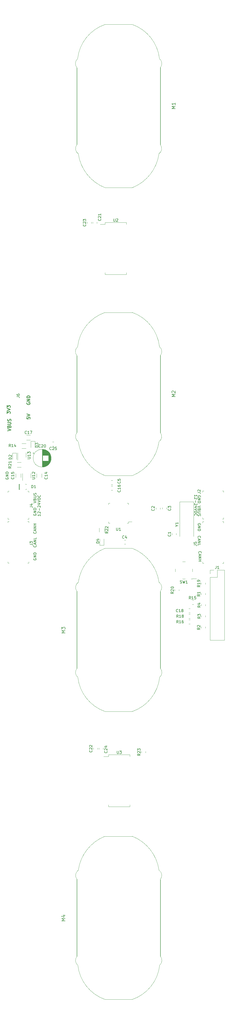
<source format=gbr>
%TF.GenerationSoftware,KiCad,Pcbnew,(6.0.6-0)*%
%TF.CreationDate,2022-11-06T01:46:37-08:00*%
%TF.ProjectId,Slave Board,536c6176-6520-4426-9f61-72642e6b6963,rev?*%
%TF.SameCoordinates,Original*%
%TF.FileFunction,Legend,Top*%
%TF.FilePolarity,Positive*%
%FSLAX46Y46*%
G04 Gerber Fmt 4.6, Leading zero omitted, Abs format (unit mm)*
G04 Created by KiCad (PCBNEW (6.0.6-0)) date 2022-11-06 01:46:37*
%MOMM*%
%LPD*%
G01*
G04 APERTURE LIST*
%ADD10C,0.150000*%
%ADD11C,0.250000*%
%ADD12C,0.120000*%
%ADD13C,0.100000*%
%ADD14C,0.127000*%
G04 APERTURE END LIST*
D10*
X214733142Y-211986666D02*
X214780761Y-212034285D01*
X214828380Y-212177142D01*
X214828380Y-212272380D01*
X214780761Y-212415238D01*
X214685523Y-212510476D01*
X214590285Y-212558095D01*
X214399809Y-212605714D01*
X214256952Y-212605714D01*
X214066476Y-212558095D01*
X213971238Y-212510476D01*
X213876000Y-212415238D01*
X213828380Y-212272380D01*
X213828380Y-212177142D01*
X213876000Y-212034285D01*
X213923619Y-211986666D01*
X214542666Y-211605714D02*
X214542666Y-211129523D01*
X214828380Y-211700952D02*
X213828380Y-211367619D01*
X214828380Y-211034285D01*
X214828380Y-210700952D02*
X213828380Y-210700952D01*
X214828380Y-210129523D01*
X213828380Y-210129523D01*
X214828380Y-209653333D02*
X213828380Y-209653333D01*
X214304571Y-209653333D02*
X214304571Y-209081904D01*
X214828380Y-209081904D02*
X213828380Y-209081904D01*
X274216857Y-219813333D02*
X274169238Y-219765714D01*
X274121619Y-219622857D01*
X274121619Y-219527619D01*
X274169238Y-219384761D01*
X274264476Y-219289523D01*
X274359714Y-219241904D01*
X274550190Y-219194285D01*
X274693047Y-219194285D01*
X274883523Y-219241904D01*
X274978761Y-219289523D01*
X275074000Y-219384761D01*
X275121619Y-219527619D01*
X275121619Y-219622857D01*
X275074000Y-219765714D01*
X275026380Y-219813333D01*
X274407333Y-220194285D02*
X274407333Y-220670476D01*
X274121619Y-220099047D02*
X275121619Y-220432380D01*
X274121619Y-220765714D01*
X274121619Y-221099047D02*
X275121619Y-221099047D01*
X274121619Y-221670476D01*
X275121619Y-221670476D01*
X274121619Y-222146666D02*
X275121619Y-222146666D01*
X274645428Y-222146666D02*
X274645428Y-222718095D01*
X274121619Y-222718095D02*
X275121619Y-222718095D01*
X274820000Y-199390095D02*
X274867619Y-199294857D01*
X274867619Y-199152000D01*
X274820000Y-199009142D01*
X274724761Y-198913904D01*
X274629523Y-198866285D01*
X274439047Y-198818666D01*
X274296190Y-198818666D01*
X274105714Y-198866285D01*
X274010476Y-198913904D01*
X273915238Y-199009142D01*
X273867619Y-199152000D01*
X273867619Y-199247238D01*
X273915238Y-199390095D01*
X273962857Y-199437714D01*
X274296190Y-199437714D01*
X274296190Y-199247238D01*
X273867619Y-199866285D02*
X274867619Y-199866285D01*
X273867619Y-200437714D01*
X274867619Y-200437714D01*
X273867619Y-200913904D02*
X274867619Y-200913904D01*
X274867619Y-201152000D01*
X274820000Y-201294857D01*
X274724761Y-201390095D01*
X274629523Y-201437714D01*
X274439047Y-201485333D01*
X274296190Y-201485333D01*
X274105714Y-201437714D01*
X274010476Y-201390095D01*
X273915238Y-201294857D01*
X273867619Y-201152000D01*
X273867619Y-200913904D01*
X203716000Y-192277904D02*
X203668380Y-192373142D01*
X203668380Y-192516000D01*
X203716000Y-192658857D01*
X203811238Y-192754095D01*
X203906476Y-192801714D01*
X204096952Y-192849333D01*
X204239809Y-192849333D01*
X204430285Y-192801714D01*
X204525523Y-192754095D01*
X204620761Y-192658857D01*
X204668380Y-192516000D01*
X204668380Y-192420761D01*
X204620761Y-192277904D01*
X204573142Y-192230285D01*
X204239809Y-192230285D01*
X204239809Y-192420761D01*
X204668380Y-191801714D02*
X203668380Y-191801714D01*
X204668380Y-191230285D01*
X203668380Y-191230285D01*
X204668380Y-190754095D02*
X203668380Y-190754095D01*
X203668380Y-190516000D01*
X203716000Y-190373142D01*
X203811238Y-190277904D01*
X203906476Y-190230285D01*
X204096952Y-190182666D01*
X204239809Y-190182666D01*
X204430285Y-190230285D01*
X204525523Y-190277904D01*
X204620761Y-190373142D01*
X204668380Y-190516000D01*
X204668380Y-190754095D01*
D11*
X204342857Y-175200000D02*
X205542857Y-174800000D01*
X204342857Y-174400000D01*
X204914285Y-173600000D02*
X204971428Y-173428571D01*
X205028571Y-173371428D01*
X205142857Y-173314285D01*
X205314285Y-173314285D01*
X205428571Y-173371428D01*
X205485714Y-173428571D01*
X205542857Y-173542857D01*
X205542857Y-174000000D01*
X204342857Y-174000000D01*
X204342857Y-173600000D01*
X204400000Y-173485714D01*
X204457142Y-173428571D01*
X204571428Y-173371428D01*
X204685714Y-173371428D01*
X204800000Y-173428571D01*
X204857142Y-173485714D01*
X204914285Y-173600000D01*
X204914285Y-174000000D01*
X204342857Y-172800000D02*
X205314285Y-172800000D01*
X205428571Y-172742857D01*
X205485714Y-172685714D01*
X205542857Y-172571428D01*
X205542857Y-172342857D01*
X205485714Y-172228571D01*
X205428571Y-172171428D01*
X205314285Y-172114285D01*
X204342857Y-172114285D01*
X205485714Y-171600000D02*
X205542857Y-171428571D01*
X205542857Y-171142857D01*
X205485714Y-171028571D01*
X205428571Y-170971428D01*
X205314285Y-170914285D01*
X205200000Y-170914285D01*
X205085714Y-170971428D01*
X205028571Y-171028571D01*
X204971428Y-171142857D01*
X204914285Y-171371428D01*
X204857142Y-171485714D01*
X204800000Y-171542857D01*
X204685714Y-171600000D01*
X204571428Y-171600000D01*
X204457142Y-171542857D01*
X204400000Y-171485714D01*
X204342857Y-171371428D01*
X204342857Y-171085714D01*
X204400000Y-170914285D01*
D10*
X274820000Y-209550095D02*
X274867619Y-209454857D01*
X274867619Y-209312000D01*
X274820000Y-209169142D01*
X274724761Y-209073904D01*
X274629523Y-209026285D01*
X274439047Y-208978666D01*
X274296190Y-208978666D01*
X274105714Y-209026285D01*
X274010476Y-209073904D01*
X273915238Y-209169142D01*
X273867619Y-209312000D01*
X273867619Y-209407238D01*
X273915238Y-209550095D01*
X273962857Y-209597714D01*
X274296190Y-209597714D01*
X274296190Y-209407238D01*
X273867619Y-210026285D02*
X274867619Y-210026285D01*
X273867619Y-210597714D01*
X274867619Y-210597714D01*
X273867619Y-211073904D02*
X274867619Y-211073904D01*
X274867619Y-211312000D01*
X274820000Y-211454857D01*
X274724761Y-211550095D01*
X274629523Y-211597714D01*
X274439047Y-211645333D01*
X274296190Y-211645333D01*
X274105714Y-211597714D01*
X274010476Y-211550095D01*
X273915238Y-211454857D01*
X273867619Y-211312000D01*
X273867619Y-211073904D01*
X274867619Y-202636666D02*
X273867619Y-202970000D01*
X274867619Y-203303333D01*
X274391428Y-203970000D02*
X274343809Y-204112857D01*
X274296190Y-204160476D01*
X274200952Y-204208095D01*
X274058095Y-204208095D01*
X273962857Y-204160476D01*
X273915238Y-204112857D01*
X273867619Y-204017619D01*
X273867619Y-203636666D01*
X274867619Y-203636666D01*
X274867619Y-203970000D01*
X274820000Y-204065238D01*
X274772380Y-204112857D01*
X274677142Y-204160476D01*
X274581904Y-204160476D01*
X274486666Y-204112857D01*
X274439047Y-204065238D01*
X274391428Y-203970000D01*
X274391428Y-203636666D01*
X274867619Y-204636666D02*
X274058095Y-204636666D01*
X273962857Y-204684285D01*
X273915238Y-204731904D01*
X273867619Y-204827142D01*
X273867619Y-205017619D01*
X273915238Y-205112857D01*
X273962857Y-205160476D01*
X274058095Y-205208095D01*
X274867619Y-205208095D01*
X273915238Y-205636666D02*
X273867619Y-205779523D01*
X273867619Y-206017619D01*
X273915238Y-206112857D01*
X273962857Y-206160476D01*
X274058095Y-206208095D01*
X274153333Y-206208095D01*
X274248571Y-206160476D01*
X274296190Y-206112857D01*
X274343809Y-206017619D01*
X274391428Y-205827142D01*
X274439047Y-205731904D01*
X274486666Y-205684285D01*
X274581904Y-205636666D01*
X274677142Y-205636666D01*
X274772380Y-205684285D01*
X274820000Y-205731904D01*
X274867619Y-205827142D01*
X274867619Y-206065238D01*
X274820000Y-206208095D01*
X213828380Y-201477333D02*
X214828380Y-201144000D01*
X213828380Y-200810666D01*
X214304571Y-200144000D02*
X214352190Y-200001142D01*
X214399809Y-199953523D01*
X214495047Y-199905904D01*
X214637904Y-199905904D01*
X214733142Y-199953523D01*
X214780761Y-200001142D01*
X214828380Y-200096380D01*
X214828380Y-200477333D01*
X213828380Y-200477333D01*
X213828380Y-200144000D01*
X213876000Y-200048761D01*
X213923619Y-200001142D01*
X214018857Y-199953523D01*
X214114095Y-199953523D01*
X214209333Y-200001142D01*
X214256952Y-200048761D01*
X214304571Y-200144000D01*
X214304571Y-200477333D01*
X213828380Y-199477333D02*
X214637904Y-199477333D01*
X214733142Y-199429714D01*
X214780761Y-199382095D01*
X214828380Y-199286857D01*
X214828380Y-199096380D01*
X214780761Y-199001142D01*
X214733142Y-198953523D01*
X214637904Y-198905904D01*
X213828380Y-198905904D01*
X214780761Y-198477333D02*
X214828380Y-198334476D01*
X214828380Y-198096380D01*
X214780761Y-198001142D01*
X214733142Y-197953523D01*
X214637904Y-197905904D01*
X214542666Y-197905904D01*
X214447428Y-197953523D01*
X214399809Y-198001142D01*
X214352190Y-198096380D01*
X214304571Y-198286857D01*
X214256952Y-198382095D01*
X214209333Y-198429714D01*
X214114095Y-198477333D01*
X214018857Y-198477333D01*
X213923619Y-198429714D01*
X213876000Y-198382095D01*
X213828380Y-198286857D01*
X213828380Y-198048761D01*
X213876000Y-197905904D01*
X273962857Y-214217380D02*
X273915238Y-214169761D01*
X273867619Y-214026904D01*
X273867619Y-213931666D01*
X273915238Y-213788809D01*
X274010476Y-213693571D01*
X274105714Y-213645952D01*
X274296190Y-213598333D01*
X274439047Y-213598333D01*
X274629523Y-213645952D01*
X274724761Y-213693571D01*
X274820000Y-213788809D01*
X274867619Y-213931666D01*
X274867619Y-214026904D01*
X274820000Y-214169761D01*
X274772380Y-214217380D01*
X274153333Y-214598333D02*
X274153333Y-215074523D01*
X273867619Y-214503095D02*
X274867619Y-214836428D01*
X273867619Y-215169761D01*
X273867619Y-215503095D02*
X274867619Y-215503095D01*
X273867619Y-216074523D01*
X274867619Y-216074523D01*
X273867619Y-217026904D02*
X273867619Y-216550714D01*
X274867619Y-216550714D01*
X272597619Y-199145923D02*
X272597619Y-198574495D01*
X272597619Y-198860209D02*
X273597619Y-198860209D01*
X273454761Y-198764971D01*
X273359523Y-198669733D01*
X273311904Y-198574495D01*
X273502380Y-199526876D02*
X273550000Y-199574495D01*
X273597619Y-199669733D01*
X273597619Y-199907828D01*
X273550000Y-200003066D01*
X273502380Y-200050685D01*
X273407142Y-200098304D01*
X273311904Y-200098304D01*
X273169047Y-200050685D01*
X272597619Y-199479257D01*
X272597619Y-200098304D01*
X272978571Y-200526876D02*
X272978571Y-201288780D01*
X273502380Y-201717352D02*
X273550000Y-201764971D01*
X273597619Y-201860209D01*
X273597619Y-202098304D01*
X273550000Y-202193542D01*
X273502380Y-202241161D01*
X273407142Y-202288780D01*
X273311904Y-202288780D01*
X273169047Y-202241161D01*
X272597619Y-201669733D01*
X272597619Y-202288780D01*
X273264285Y-203145923D02*
X272597619Y-203145923D01*
X273645238Y-202907828D02*
X272930952Y-202669733D01*
X272930952Y-203288780D01*
X273597619Y-203526876D02*
X272597619Y-203860209D01*
X273597619Y-204193542D01*
X272597619Y-204526876D02*
X273597619Y-204526876D01*
X273597619Y-204764971D01*
X273550000Y-204907828D01*
X273454761Y-205003066D01*
X273359523Y-205050685D01*
X273169047Y-205098304D01*
X273026190Y-205098304D01*
X272835714Y-205050685D01*
X272740476Y-205003066D01*
X272645238Y-204907828D01*
X272597619Y-204764971D01*
X272597619Y-204526876D01*
X272692857Y-206098304D02*
X272645238Y-206050685D01*
X272597619Y-205907828D01*
X272597619Y-205812590D01*
X272645238Y-205669733D01*
X272740476Y-205574495D01*
X272835714Y-205526876D01*
X273026190Y-205479257D01*
X273169047Y-205479257D01*
X273359523Y-205526876D01*
X273454761Y-205574495D01*
X273550000Y-205669733D01*
X273597619Y-205812590D01*
X273597619Y-205907828D01*
X273550000Y-206050685D01*
X273502380Y-206098304D01*
D11*
X204117657Y-168871714D02*
X204117657Y-168128857D01*
X204574800Y-168528857D01*
X204574800Y-168357428D01*
X204631942Y-168243142D01*
X204689085Y-168186000D01*
X204803371Y-168128857D01*
X205089085Y-168128857D01*
X205203371Y-168186000D01*
X205260514Y-168243142D01*
X205317657Y-168357428D01*
X205317657Y-168700285D01*
X205260514Y-168814571D01*
X205203371Y-168871714D01*
X204117657Y-167786000D02*
X205317657Y-167386000D01*
X204117657Y-166986000D01*
X204117657Y-166700285D02*
X204117657Y-165957428D01*
X204574800Y-166357428D01*
X204574800Y-166186000D01*
X204631942Y-166071714D01*
X204689085Y-166014571D01*
X204803371Y-165957428D01*
X205089085Y-165957428D01*
X205203371Y-166014571D01*
X205260514Y-166071714D01*
X205317657Y-166186000D01*
X205317657Y-166528857D01*
X205260514Y-166643142D01*
X205203371Y-166700285D01*
D10*
X214733142Y-216947619D02*
X214780761Y-216995238D01*
X214828380Y-217138095D01*
X214828380Y-217233333D01*
X214780761Y-217376190D01*
X214685523Y-217471428D01*
X214590285Y-217519047D01*
X214399809Y-217566666D01*
X214256952Y-217566666D01*
X214066476Y-217519047D01*
X213971238Y-217471428D01*
X213876000Y-217376190D01*
X213828380Y-217233333D01*
X213828380Y-217138095D01*
X213876000Y-216995238D01*
X213923619Y-216947619D01*
X214542666Y-216566666D02*
X214542666Y-216090476D01*
X214828380Y-216661904D02*
X213828380Y-216328571D01*
X214828380Y-215995238D01*
X214828380Y-215661904D02*
X213828380Y-215661904D01*
X214828380Y-215090476D01*
X213828380Y-215090476D01*
X214828380Y-214138095D02*
X214828380Y-214614285D01*
X213828380Y-214614285D01*
X216352380Y-205628476D02*
X216352380Y-206199904D01*
X216352380Y-205914190D02*
X215352380Y-205914190D01*
X215495238Y-206009428D01*
X215590476Y-206104666D01*
X215638095Y-206199904D01*
X215447619Y-205247523D02*
X215400000Y-205199904D01*
X215352380Y-205104666D01*
X215352380Y-204866571D01*
X215400000Y-204771333D01*
X215447619Y-204723714D01*
X215542857Y-204676095D01*
X215638095Y-204676095D01*
X215780952Y-204723714D01*
X216352380Y-205295142D01*
X216352380Y-204676095D01*
X215971428Y-204247523D02*
X215971428Y-203485619D01*
X215447619Y-203057047D02*
X215400000Y-203009428D01*
X215352380Y-202914190D01*
X215352380Y-202676095D01*
X215400000Y-202580857D01*
X215447619Y-202533238D01*
X215542857Y-202485619D01*
X215638095Y-202485619D01*
X215780952Y-202533238D01*
X216352380Y-203104666D01*
X216352380Y-202485619D01*
X215685714Y-201628476D02*
X216352380Y-201628476D01*
X215304761Y-201866571D02*
X216019047Y-202104666D01*
X216019047Y-201485619D01*
X215352380Y-201247523D02*
X216352380Y-200914190D01*
X215352380Y-200580857D01*
X216352380Y-200247523D02*
X215352380Y-200247523D01*
X215352380Y-200009428D01*
X215400000Y-199866571D01*
X215495238Y-199771333D01*
X215590476Y-199723714D01*
X215780952Y-199676095D01*
X215923809Y-199676095D01*
X216114285Y-199723714D01*
X216209523Y-199771333D01*
X216304761Y-199866571D01*
X216352380Y-200009428D01*
X216352380Y-200247523D01*
X216257142Y-198676095D02*
X216304761Y-198723714D01*
X216352380Y-198866571D01*
X216352380Y-198961809D01*
X216304761Y-199104666D01*
X216209523Y-199199904D01*
X216114285Y-199247523D01*
X215923809Y-199295142D01*
X215780952Y-199295142D01*
X215590476Y-199247523D01*
X215495238Y-199199904D01*
X215400000Y-199104666D01*
X215352380Y-198961809D01*
X215352380Y-198866571D01*
X215400000Y-198723714D01*
X215447619Y-198676095D01*
D11*
X211400000Y-164914285D02*
X211342857Y-165028571D01*
X211342857Y-165200000D01*
X211400000Y-165371428D01*
X211514285Y-165485714D01*
X211628571Y-165542857D01*
X211857142Y-165600000D01*
X212028571Y-165600000D01*
X212257142Y-165542857D01*
X212371428Y-165485714D01*
X212485714Y-165371428D01*
X212542857Y-165200000D01*
X212542857Y-165085714D01*
X212485714Y-164914285D01*
X212428571Y-164857142D01*
X212028571Y-164857142D01*
X212028571Y-165085714D01*
X212542857Y-164342857D02*
X211342857Y-164342857D01*
X212542857Y-163657142D01*
X211342857Y-163657142D01*
X212542857Y-163085714D02*
X211342857Y-163085714D01*
X211342857Y-162800000D01*
X211400000Y-162628571D01*
X211514285Y-162514285D01*
X211628571Y-162457142D01*
X211857142Y-162400000D01*
X212028571Y-162400000D01*
X212257142Y-162457142D01*
X212371428Y-162514285D01*
X212485714Y-162628571D01*
X212542857Y-162800000D01*
X212542857Y-163085714D01*
D10*
X213876000Y-205485904D02*
X213828380Y-205581142D01*
X213828380Y-205724000D01*
X213876000Y-205866857D01*
X213971238Y-205962095D01*
X214066476Y-206009714D01*
X214256952Y-206057333D01*
X214399809Y-206057333D01*
X214590285Y-206009714D01*
X214685523Y-205962095D01*
X214780761Y-205866857D01*
X214828380Y-205724000D01*
X214828380Y-205628761D01*
X214780761Y-205485904D01*
X214733142Y-205438285D01*
X214399809Y-205438285D01*
X214399809Y-205628761D01*
X214828380Y-205009714D02*
X213828380Y-205009714D01*
X214828380Y-204438285D01*
X213828380Y-204438285D01*
X214828380Y-203962095D02*
X213828380Y-203962095D01*
X213828380Y-203724000D01*
X213876000Y-203581142D01*
X213971238Y-203485904D01*
X214066476Y-203438285D01*
X214256952Y-203390666D01*
X214399809Y-203390666D01*
X214590285Y-203438285D01*
X214685523Y-203485904D01*
X214780761Y-203581142D01*
X214828380Y-203724000D01*
X214828380Y-203962095D01*
D11*
X211342857Y-170228571D02*
X211342857Y-170800000D01*
X211914285Y-170857142D01*
X211857142Y-170800000D01*
X211800000Y-170685714D01*
X211800000Y-170400000D01*
X211857142Y-170285714D01*
X211914285Y-170228571D01*
X212028571Y-170171428D01*
X212314285Y-170171428D01*
X212428571Y-170228571D01*
X212485714Y-170285714D01*
X212542857Y-170400000D01*
X212542857Y-170685714D01*
X212485714Y-170800000D01*
X212428571Y-170857142D01*
X211342857Y-169828571D02*
X212542857Y-169428571D01*
X211342857Y-169028571D01*
D10*
X213876000Y-221741904D02*
X213828380Y-221837142D01*
X213828380Y-221980000D01*
X213876000Y-222122857D01*
X213971238Y-222218095D01*
X214066476Y-222265714D01*
X214256952Y-222313333D01*
X214399809Y-222313333D01*
X214590285Y-222265714D01*
X214685523Y-222218095D01*
X214780761Y-222122857D01*
X214828380Y-221980000D01*
X214828380Y-221884761D01*
X214780761Y-221741904D01*
X214733142Y-221694285D01*
X214399809Y-221694285D01*
X214399809Y-221884761D01*
X214828380Y-221265714D02*
X213828380Y-221265714D01*
X214828380Y-220694285D01*
X213828380Y-220694285D01*
X214828380Y-220218095D02*
X213828380Y-220218095D01*
X213828380Y-219980000D01*
X213876000Y-219837142D01*
X213971238Y-219741904D01*
X214066476Y-219694285D01*
X214256952Y-219646666D01*
X214399809Y-219646666D01*
X214590285Y-219694285D01*
X214685523Y-219741904D01*
X214780761Y-219837142D01*
X214828380Y-219980000D01*
X214828380Y-220218095D01*
%TO.C,C25*%
X220357142Y-182037142D02*
X220309523Y-182084761D01*
X220166666Y-182132380D01*
X220071428Y-182132380D01*
X219928571Y-182084761D01*
X219833333Y-181989523D01*
X219785714Y-181894285D01*
X219738095Y-181703809D01*
X219738095Y-181560952D01*
X219785714Y-181370476D01*
X219833333Y-181275238D01*
X219928571Y-181180000D01*
X220071428Y-181132380D01*
X220166666Y-181132380D01*
X220309523Y-181180000D01*
X220357142Y-181227619D01*
X220738095Y-181227619D02*
X220785714Y-181180000D01*
X220880952Y-181132380D01*
X221119047Y-181132380D01*
X221214285Y-181180000D01*
X221261904Y-181227619D01*
X221309523Y-181322857D01*
X221309523Y-181418095D01*
X221261904Y-181560952D01*
X220690476Y-182132380D01*
X221309523Y-182132380D01*
X222214285Y-181132380D02*
X221738095Y-181132380D01*
X221690476Y-181608571D01*
X221738095Y-181560952D01*
X221833333Y-181513333D01*
X222071428Y-181513333D01*
X222166666Y-181560952D01*
X222214285Y-181608571D01*
X222261904Y-181703809D01*
X222261904Y-181941904D01*
X222214285Y-182037142D01*
X222166666Y-182084761D01*
X222071428Y-182132380D01*
X221833333Y-182132380D01*
X221738095Y-182084761D01*
X221690476Y-182037142D01*
%TO.C,R18*%
X266692142Y-243276380D02*
X266358809Y-242800190D01*
X266120714Y-243276380D02*
X266120714Y-242276380D01*
X266501666Y-242276380D01*
X266596904Y-242324000D01*
X266644523Y-242371619D01*
X266692142Y-242466857D01*
X266692142Y-242609714D01*
X266644523Y-242704952D01*
X266596904Y-242752571D01*
X266501666Y-242800190D01*
X266120714Y-242800190D01*
X267644523Y-243276380D02*
X267073095Y-243276380D01*
X267358809Y-243276380D02*
X267358809Y-242276380D01*
X267263571Y-242419238D01*
X267168333Y-242514476D01*
X267073095Y-242562095D01*
X268215952Y-242704952D02*
X268120714Y-242657333D01*
X268073095Y-242609714D01*
X268025476Y-242514476D01*
X268025476Y-242466857D01*
X268073095Y-242371619D01*
X268120714Y-242324000D01*
X268215952Y-242276380D01*
X268406428Y-242276380D01*
X268501666Y-242324000D01*
X268549285Y-242371619D01*
X268596904Y-242466857D01*
X268596904Y-242514476D01*
X268549285Y-242609714D01*
X268501666Y-242657333D01*
X268406428Y-242704952D01*
X268215952Y-242704952D01*
X268120714Y-242752571D01*
X268073095Y-242800190D01*
X268025476Y-242895428D01*
X268025476Y-243085904D01*
X268073095Y-243181142D01*
X268120714Y-243228761D01*
X268215952Y-243276380D01*
X268406428Y-243276380D01*
X268501666Y-243228761D01*
X268549285Y-243181142D01*
X268596904Y-243085904D01*
X268596904Y-242895428D01*
X268549285Y-242800190D01*
X268501666Y-242752571D01*
X268406428Y-242704952D01*
%TO.C,R21*%
X205684380Y-188196457D02*
X205208190Y-188529790D01*
X205684380Y-188767885D02*
X204684380Y-188767885D01*
X204684380Y-188386933D01*
X204732000Y-188291695D01*
X204779619Y-188244076D01*
X204874857Y-188196457D01*
X205017714Y-188196457D01*
X205112952Y-188244076D01*
X205160571Y-188291695D01*
X205208190Y-188386933D01*
X205208190Y-188767885D01*
X204779619Y-187815504D02*
X204732000Y-187767885D01*
X204684380Y-187672647D01*
X204684380Y-187434552D01*
X204732000Y-187339314D01*
X204779619Y-187291695D01*
X204874857Y-187244076D01*
X204970095Y-187244076D01*
X205112952Y-187291695D01*
X205684380Y-187863123D01*
X205684380Y-187244076D01*
X205684380Y-186291695D02*
X205684380Y-186863123D01*
X205684380Y-186577409D02*
X204684380Y-186577409D01*
X204827238Y-186672647D01*
X204922476Y-186767885D01*
X204970095Y-186863123D01*
%TO.C,U1*%
X244094095Y-210534380D02*
X244094095Y-211343904D01*
X244141714Y-211439142D01*
X244189333Y-211486761D01*
X244284571Y-211534380D01*
X244475047Y-211534380D01*
X244570285Y-211486761D01*
X244617904Y-211439142D01*
X244665523Y-211343904D01*
X244665523Y-210534380D01*
X245665523Y-211534380D02*
X245094095Y-211534380D01*
X245379809Y-211534380D02*
X245379809Y-210534380D01*
X245284571Y-210677238D01*
X245189333Y-210772476D01*
X245094095Y-210820095D01*
%TO.C,R16*%
X266692142Y-245308380D02*
X266358809Y-244832190D01*
X266120714Y-245308380D02*
X266120714Y-244308380D01*
X266501666Y-244308380D01*
X266596904Y-244356000D01*
X266644523Y-244403619D01*
X266692142Y-244498857D01*
X266692142Y-244641714D01*
X266644523Y-244736952D01*
X266596904Y-244784571D01*
X266501666Y-244832190D01*
X266120714Y-244832190D01*
X267644523Y-245308380D02*
X267073095Y-245308380D01*
X267358809Y-245308380D02*
X267358809Y-244308380D01*
X267263571Y-244451238D01*
X267168333Y-244546476D01*
X267073095Y-244594095D01*
X268501666Y-244308380D02*
X268311190Y-244308380D01*
X268215952Y-244356000D01*
X268168333Y-244403619D01*
X268073095Y-244546476D01*
X268025476Y-244736952D01*
X268025476Y-245117904D01*
X268073095Y-245213142D01*
X268120714Y-245260761D01*
X268215952Y-245308380D01*
X268406428Y-245308380D01*
X268501666Y-245260761D01*
X268549285Y-245213142D01*
X268596904Y-245117904D01*
X268596904Y-244879809D01*
X268549285Y-244784571D01*
X268501666Y-244736952D01*
X268406428Y-244689333D01*
X268215952Y-244689333D01*
X268120714Y-244736952D01*
X268073095Y-244784571D01*
X268025476Y-244879809D01*
%TO.C,M4*%
X225352323Y-353893795D02*
X224082323Y-353893795D01*
X224989466Y-353470461D01*
X224082323Y-353047128D01*
X225352323Y-353047128D01*
X224505657Y-351898080D02*
X225352323Y-351898080D01*
X224021847Y-352200461D02*
X224928990Y-352502842D01*
X224928990Y-351716652D01*
%TO.C,M2*%
X265636723Y-162743895D02*
X264366723Y-162743895D01*
X265273866Y-162320561D01*
X264366723Y-161897228D01*
X265636723Y-161897228D01*
X264487676Y-161352942D02*
X264427200Y-161292466D01*
X264366723Y-161171514D01*
X264366723Y-160869133D01*
X264427200Y-160748180D01*
X264487676Y-160687704D01*
X264608628Y-160627228D01*
X264729580Y-160627228D01*
X264911009Y-160687704D01*
X265636723Y-161413419D01*
X265636723Y-160627228D01*
%TO.C,D4*%
X237782380Y-216130095D02*
X236782380Y-216130095D01*
X236782380Y-215892000D01*
X236830000Y-215749142D01*
X236925238Y-215653904D01*
X237020476Y-215606285D01*
X237210952Y-215558666D01*
X237353809Y-215558666D01*
X237544285Y-215606285D01*
X237639523Y-215653904D01*
X237734761Y-215749142D01*
X237782380Y-215892000D01*
X237782380Y-216130095D01*
X237115714Y-214701523D02*
X237782380Y-214701523D01*
X236734761Y-214939619D02*
X237449047Y-215177714D01*
X237449047Y-214558666D01*
%TO.C,J1*%
X280585666Y-224457380D02*
X280585666Y-225171666D01*
X280538047Y-225314523D01*
X280442809Y-225409761D01*
X280299952Y-225457380D01*
X280204714Y-225457380D01*
X281585666Y-225457380D02*
X281014238Y-225457380D01*
X281299952Y-225457380D02*
X281299952Y-224457380D01*
X281204714Y-224600238D01*
X281109476Y-224695476D01*
X281014238Y-224743095D01*
%TO.C,C17*%
X211320142Y-176180142D02*
X211272523Y-176227761D01*
X211129666Y-176275380D01*
X211034428Y-176275380D01*
X210891571Y-176227761D01*
X210796333Y-176132523D01*
X210748714Y-176037285D01*
X210701095Y-175846809D01*
X210701095Y-175703952D01*
X210748714Y-175513476D01*
X210796333Y-175418238D01*
X210891571Y-175323000D01*
X211034428Y-175275380D01*
X211129666Y-175275380D01*
X211272523Y-175323000D01*
X211320142Y-175370619D01*
X212272523Y-176275380D02*
X211701095Y-176275380D01*
X211986809Y-176275380D02*
X211986809Y-175275380D01*
X211891571Y-175418238D01*
X211796333Y-175513476D01*
X211701095Y-175561095D01*
X212605857Y-175275380D02*
X213272523Y-175275380D01*
X212843952Y-176275380D01*
%TO.C,D3*%
X215496380Y-181205095D02*
X214496380Y-181205095D01*
X214496380Y-180967000D01*
X214544000Y-180824142D01*
X214639238Y-180728904D01*
X214734476Y-180681285D01*
X214924952Y-180633666D01*
X215067809Y-180633666D01*
X215258285Y-180681285D01*
X215353523Y-180728904D01*
X215448761Y-180824142D01*
X215496380Y-180967000D01*
X215496380Y-181205095D01*
X214496380Y-180300333D02*
X214496380Y-179681285D01*
X214877333Y-180014619D01*
X214877333Y-179871761D01*
X214924952Y-179776523D01*
X214972571Y-179728904D01*
X215067809Y-179681285D01*
X215305904Y-179681285D01*
X215401142Y-179728904D01*
X215448761Y-179776523D01*
X215496380Y-179871761D01*
X215496380Y-180157476D01*
X215448761Y-180252714D01*
X215401142Y-180300333D01*
%TO.C,M1*%
X265636723Y-57743895D02*
X264366723Y-57743895D01*
X265273866Y-57320561D01*
X264366723Y-56897228D01*
X265636723Y-56897228D01*
X265636723Y-55627228D02*
X265636723Y-56352942D01*
X265636723Y-55990085D02*
X264366723Y-55990085D01*
X264548152Y-56111038D01*
X264669104Y-56231990D01*
X264729580Y-56352942D01*
%TO.C,M3*%
X225352323Y-248896295D02*
X224082323Y-248896295D01*
X224989466Y-248472961D01*
X224082323Y-248049628D01*
X225352323Y-248049628D01*
X224082323Y-247565819D02*
X224082323Y-246779628D01*
X224566133Y-247202961D01*
X224566133Y-247021533D01*
X224626609Y-246900580D01*
X224687085Y-246840104D01*
X224808038Y-246779628D01*
X225110419Y-246779628D01*
X225231371Y-246840104D01*
X225291847Y-246900580D01*
X225352323Y-247021533D01*
X225352323Y-247384390D01*
X225291847Y-247505342D01*
X225231371Y-247565819D01*
%TO.C,U2*%
X243078095Y-97864380D02*
X243078095Y-98673904D01*
X243125714Y-98769142D01*
X243173333Y-98816761D01*
X243268571Y-98864380D01*
X243459047Y-98864380D01*
X243554285Y-98816761D01*
X243601904Y-98769142D01*
X243649523Y-98673904D01*
X243649523Y-97864380D01*
X244078095Y-97959619D02*
X244125714Y-97912000D01*
X244220952Y-97864380D01*
X244459047Y-97864380D01*
X244554285Y-97912000D01*
X244601904Y-97959619D01*
X244649523Y-98054857D01*
X244649523Y-98150095D01*
X244601904Y-98292952D01*
X244030476Y-98864380D01*
X244649523Y-98864380D01*
%TO.C,U13*%
X211643980Y-185388095D02*
X212453504Y-185388095D01*
X212548742Y-185340476D01*
X212596361Y-185292857D01*
X212643980Y-185197619D01*
X212643980Y-185007142D01*
X212596361Y-184911904D01*
X212548742Y-184864285D01*
X212453504Y-184816666D01*
X211643980Y-184816666D01*
X212643980Y-183816666D02*
X212643980Y-184388095D01*
X212643980Y-184102380D02*
X211643980Y-184102380D01*
X211786838Y-184197619D01*
X211882076Y-184292857D01*
X211929695Y-184388095D01*
X211643980Y-183483333D02*
X211643980Y-182864285D01*
X212024933Y-183197619D01*
X212024933Y-183054761D01*
X212072552Y-182959523D01*
X212120171Y-182911904D01*
X212215409Y-182864285D01*
X212453504Y-182864285D01*
X212548742Y-182911904D01*
X212596361Y-182959523D01*
X212643980Y-183054761D01*
X212643980Y-183340476D01*
X212596361Y-183435714D01*
X212548742Y-183483333D01*
%TO.C,C24*%
X240641142Y-291988109D02*
X240688761Y-292035728D01*
X240736380Y-292178585D01*
X240736380Y-292273823D01*
X240688761Y-292416680D01*
X240593523Y-292511918D01*
X240498285Y-292559537D01*
X240307809Y-292607156D01*
X240164952Y-292607156D01*
X239974476Y-292559537D01*
X239879238Y-292511918D01*
X239784000Y-292416680D01*
X239736380Y-292273823D01*
X239736380Y-292178585D01*
X239784000Y-292035728D01*
X239831619Y-291988109D01*
X239831619Y-291607156D02*
X239784000Y-291559537D01*
X239736380Y-291464299D01*
X239736380Y-291226204D01*
X239784000Y-291130966D01*
X239831619Y-291083347D01*
X239926857Y-291035728D01*
X240022095Y-291035728D01*
X240164952Y-291083347D01*
X240736380Y-291654775D01*
X240736380Y-291035728D01*
X240069714Y-290178585D02*
X240736380Y-290178585D01*
X239688761Y-290416680D02*
X240403047Y-290654775D01*
X240403047Y-290035728D01*
%TO.C,C15*%
X206605142Y-192158857D02*
X206652761Y-192206476D01*
X206700380Y-192349333D01*
X206700380Y-192444571D01*
X206652761Y-192587428D01*
X206557523Y-192682666D01*
X206462285Y-192730285D01*
X206271809Y-192777904D01*
X206128952Y-192777904D01*
X205938476Y-192730285D01*
X205843238Y-192682666D01*
X205748000Y-192587428D01*
X205700380Y-192444571D01*
X205700380Y-192349333D01*
X205748000Y-192206476D01*
X205795619Y-192158857D01*
X206700380Y-191206476D02*
X206700380Y-191777904D01*
X206700380Y-191492190D02*
X205700380Y-191492190D01*
X205843238Y-191587428D01*
X205938476Y-191682666D01*
X205986095Y-191777904D01*
X205700380Y-190301714D02*
X205700380Y-190777904D01*
X206176571Y-190825523D01*
X206128952Y-190777904D01*
X206081333Y-190682666D01*
X206081333Y-190444571D01*
X206128952Y-190349333D01*
X206176571Y-190301714D01*
X206271809Y-190254095D01*
X206509904Y-190254095D01*
X206605142Y-190301714D01*
X206652761Y-190349333D01*
X206700380Y-190444571D01*
X206700380Y-190682666D01*
X206652761Y-190777904D01*
X206605142Y-190825523D01*
%TO.C,R1*%
X274646380Y-234862666D02*
X274170190Y-235196000D01*
X274646380Y-235434095D02*
X273646380Y-235434095D01*
X273646380Y-235053142D01*
X273694000Y-234957904D01*
X273741619Y-234910285D01*
X273836857Y-234862666D01*
X273979714Y-234862666D01*
X274074952Y-234910285D01*
X274122571Y-234957904D01*
X274170190Y-235053142D01*
X274170190Y-235434095D01*
X274646380Y-233910285D02*
X274646380Y-234481714D01*
X274646380Y-234196000D02*
X273646380Y-234196000D01*
X273789238Y-234291238D01*
X273884476Y-234386476D01*
X273932095Y-234481714D01*
%TO.C,R14*%
X205478142Y-181046380D02*
X205144809Y-180570190D01*
X204906714Y-181046380D02*
X204906714Y-180046380D01*
X205287666Y-180046380D01*
X205382904Y-180094000D01*
X205430523Y-180141619D01*
X205478142Y-180236857D01*
X205478142Y-180379714D01*
X205430523Y-180474952D01*
X205382904Y-180522571D01*
X205287666Y-180570190D01*
X204906714Y-180570190D01*
X206430523Y-181046380D02*
X205859095Y-181046380D01*
X206144809Y-181046380D02*
X206144809Y-180046380D01*
X206049571Y-180189238D01*
X205954333Y-180284476D01*
X205859095Y-180332095D01*
X207287666Y-180379714D02*
X207287666Y-181046380D01*
X207049571Y-179998761D02*
X206811476Y-180713047D01*
X207430523Y-180713047D01*
%TO.C,J6*%
X207706980Y-162735933D02*
X208421266Y-162735933D01*
X208564123Y-162783552D01*
X208659361Y-162878790D01*
X208706980Y-163021647D01*
X208706980Y-163116885D01*
X207706980Y-161831171D02*
X207706980Y-162021647D01*
X207754600Y-162116885D01*
X207802219Y-162164504D01*
X207945076Y-162259742D01*
X208135552Y-162307361D01*
X208516504Y-162307361D01*
X208611742Y-162259742D01*
X208659361Y-162212123D01*
X208706980Y-162116885D01*
X208706980Y-161926409D01*
X208659361Y-161831171D01*
X208611742Y-161783552D01*
X208516504Y-161735933D01*
X208278409Y-161735933D01*
X208183171Y-161783552D01*
X208135552Y-161831171D01*
X208087933Y-161926409D01*
X208087933Y-162116885D01*
X208135552Y-162212123D01*
X208183171Y-162259742D01*
X208278409Y-162307361D01*
%TO.C,R3*%
X274772380Y-242990666D02*
X274296190Y-243324000D01*
X274772380Y-243562095D02*
X273772380Y-243562095D01*
X273772380Y-243181142D01*
X273820000Y-243085904D01*
X273867619Y-243038285D01*
X273962857Y-242990666D01*
X274105714Y-242990666D01*
X274200952Y-243038285D01*
X274248571Y-243085904D01*
X274296190Y-243181142D01*
X274296190Y-243562095D01*
X273772380Y-242657333D02*
X273772380Y-242038285D01*
X274153333Y-242371619D01*
X274153333Y-242228761D01*
X274200952Y-242133523D01*
X274248571Y-242085904D01*
X274343809Y-242038285D01*
X274581904Y-242038285D01*
X274677142Y-242085904D01*
X274724761Y-242133523D01*
X274772380Y-242228761D01*
X274772380Y-242514476D01*
X274724761Y-242609714D01*
X274677142Y-242657333D01*
%TO.C,J4*%
X212532380Y-202825333D02*
X213246666Y-202825333D01*
X213389523Y-202872952D01*
X213484761Y-202968190D01*
X213532380Y-203111047D01*
X213532380Y-203206285D01*
X212865714Y-201920571D02*
X213532380Y-201920571D01*
X212484761Y-202158666D02*
X213199047Y-202396761D01*
X213199047Y-201777714D01*
%TO.C,C16*%
X245467142Y-196857857D02*
X245514761Y-196905476D01*
X245562380Y-197048333D01*
X245562380Y-197143571D01*
X245514761Y-197286428D01*
X245419523Y-197381666D01*
X245324285Y-197429285D01*
X245133809Y-197476904D01*
X244990952Y-197476904D01*
X244800476Y-197429285D01*
X244705238Y-197381666D01*
X244610000Y-197286428D01*
X244562380Y-197143571D01*
X244562380Y-197048333D01*
X244610000Y-196905476D01*
X244657619Y-196857857D01*
X245562380Y-195905476D02*
X245562380Y-196476904D01*
X245562380Y-196191190D02*
X244562380Y-196191190D01*
X244705238Y-196286428D01*
X244800476Y-196381666D01*
X244848095Y-196476904D01*
X244562380Y-195048333D02*
X244562380Y-195238809D01*
X244610000Y-195334047D01*
X244657619Y-195381666D01*
X244800476Y-195476904D01*
X244990952Y-195524523D01*
X245371904Y-195524523D01*
X245467142Y-195476904D01*
X245514761Y-195429285D01*
X245562380Y-195334047D01*
X245562380Y-195143571D01*
X245514761Y-195048333D01*
X245467142Y-195000714D01*
X245371904Y-194953095D01*
X245133809Y-194953095D01*
X245038571Y-195000714D01*
X244990952Y-195048333D01*
X244943333Y-195143571D01*
X244943333Y-195334047D01*
X244990952Y-195429285D01*
X245038571Y-195476904D01*
X245133809Y-195524523D01*
%TO.C,C2*%
X257857142Y-203666666D02*
X257904761Y-203714285D01*
X257952380Y-203857142D01*
X257952380Y-203952380D01*
X257904761Y-204095238D01*
X257809523Y-204190476D01*
X257714285Y-204238095D01*
X257523809Y-204285714D01*
X257380952Y-204285714D01*
X257190476Y-204238095D01*
X257095238Y-204190476D01*
X257000000Y-204095238D01*
X256952380Y-203952380D01*
X256952380Y-203857142D01*
X257000000Y-203714285D01*
X257047619Y-203666666D01*
X257047619Y-203285714D02*
X257000000Y-203238095D01*
X256952380Y-203142857D01*
X256952380Y-202904761D01*
X257000000Y-202809523D01*
X257047619Y-202761904D01*
X257142857Y-202714285D01*
X257238095Y-202714285D01*
X257380952Y-202761904D01*
X257952380Y-203333333D01*
X257952380Y-202714285D01*
%TO.C,R2*%
X274646380Y-247038666D02*
X274170190Y-247372000D01*
X274646380Y-247610095D02*
X273646380Y-247610095D01*
X273646380Y-247229142D01*
X273694000Y-247133904D01*
X273741619Y-247086285D01*
X273836857Y-247038666D01*
X273979714Y-247038666D01*
X274074952Y-247086285D01*
X274122571Y-247133904D01*
X274170190Y-247229142D01*
X274170190Y-247610095D01*
X273741619Y-246657714D02*
X273694000Y-246610095D01*
X273646380Y-246514857D01*
X273646380Y-246276761D01*
X273694000Y-246181523D01*
X273741619Y-246133904D01*
X273836857Y-246086285D01*
X273932095Y-246086285D01*
X274074952Y-246133904D01*
X274646380Y-246705333D01*
X274646380Y-246086285D01*
%TO.C,C20*%
X216354742Y-181123142D02*
X216307123Y-181170761D01*
X216164266Y-181218380D01*
X216069028Y-181218380D01*
X215926171Y-181170761D01*
X215830933Y-181075523D01*
X215783314Y-180980285D01*
X215735695Y-180789809D01*
X215735695Y-180646952D01*
X215783314Y-180456476D01*
X215830933Y-180361238D01*
X215926171Y-180266000D01*
X216069028Y-180218380D01*
X216164266Y-180218380D01*
X216307123Y-180266000D01*
X216354742Y-180313619D01*
X216735695Y-180313619D02*
X216783314Y-180266000D01*
X216878552Y-180218380D01*
X217116647Y-180218380D01*
X217211885Y-180266000D01*
X217259504Y-180313619D01*
X217307123Y-180408857D01*
X217307123Y-180504095D01*
X217259504Y-180646952D01*
X216688076Y-181218380D01*
X217307123Y-181218380D01*
X217926171Y-180218380D02*
X218021409Y-180218380D01*
X218116647Y-180266000D01*
X218164266Y-180313619D01*
X218211885Y-180408857D01*
X218259504Y-180599333D01*
X218259504Y-180837428D01*
X218211885Y-181027904D01*
X218164266Y-181123142D01*
X218116647Y-181170761D01*
X218021409Y-181218380D01*
X217926171Y-181218380D01*
X217830933Y-181170761D01*
X217783314Y-181123142D01*
X217735695Y-181027904D01*
X217688076Y-180837428D01*
X217688076Y-180599333D01*
X217735695Y-180408857D01*
X217783314Y-180313619D01*
X217830933Y-180266000D01*
X217926171Y-180218380D01*
%TO.C,R23*%
X252802380Y-292996857D02*
X252326190Y-293330190D01*
X252802380Y-293568285D02*
X251802380Y-293568285D01*
X251802380Y-293187333D01*
X251850000Y-293092095D01*
X251897619Y-293044476D01*
X251992857Y-292996857D01*
X252135714Y-292996857D01*
X252230952Y-293044476D01*
X252278571Y-293092095D01*
X252326190Y-293187333D01*
X252326190Y-293568285D01*
X251897619Y-292615904D02*
X251850000Y-292568285D01*
X251802380Y-292473047D01*
X251802380Y-292234952D01*
X251850000Y-292139714D01*
X251897619Y-292092095D01*
X251992857Y-292044476D01*
X252088095Y-292044476D01*
X252230952Y-292092095D01*
X252802380Y-292663523D01*
X252802380Y-292044476D01*
X251802380Y-291711142D02*
X251802380Y-291092095D01*
X252183333Y-291425428D01*
X252183333Y-291282571D01*
X252230952Y-291187333D01*
X252278571Y-291139714D01*
X252373809Y-291092095D01*
X252611904Y-291092095D01*
X252707142Y-291139714D01*
X252754761Y-291187333D01*
X252802380Y-291282571D01*
X252802380Y-291568285D01*
X252754761Y-291663523D01*
X252707142Y-291711142D01*
%TO.C,D2*%
X205811380Y-185523095D02*
X204811380Y-185523095D01*
X204811380Y-185285000D01*
X204859000Y-185142142D01*
X204954238Y-185046904D01*
X205049476Y-184999285D01*
X205239952Y-184951666D01*
X205382809Y-184951666D01*
X205573285Y-184999285D01*
X205668523Y-185046904D01*
X205763761Y-185142142D01*
X205811380Y-185285000D01*
X205811380Y-185523095D01*
X204906619Y-184570714D02*
X204859000Y-184523095D01*
X204811380Y-184427857D01*
X204811380Y-184189761D01*
X204859000Y-184094523D01*
X204906619Y-184046904D01*
X205001857Y-183999285D01*
X205097095Y-183999285D01*
X205239952Y-184046904D01*
X205811380Y-184618333D01*
X205811380Y-183999285D01*
%TO.C,R15*%
X271238742Y-236570780D02*
X270905409Y-236094590D01*
X270667314Y-236570780D02*
X270667314Y-235570780D01*
X271048266Y-235570780D01*
X271143504Y-235618400D01*
X271191123Y-235666019D01*
X271238742Y-235761257D01*
X271238742Y-235904114D01*
X271191123Y-235999352D01*
X271143504Y-236046971D01*
X271048266Y-236094590D01*
X270667314Y-236094590D01*
X272191123Y-236570780D02*
X271619695Y-236570780D01*
X271905409Y-236570780D02*
X271905409Y-235570780D01*
X271810171Y-235713638D01*
X271714933Y-235808876D01*
X271619695Y-235856495D01*
X273095885Y-235570780D02*
X272619695Y-235570780D01*
X272572076Y-236046971D01*
X272619695Y-235999352D01*
X272714933Y-235951733D01*
X272953028Y-235951733D01*
X273048266Y-235999352D01*
X273095885Y-236046971D01*
X273143504Y-236142209D01*
X273143504Y-236380304D01*
X273095885Y-236475542D01*
X273048266Y-236523161D01*
X272953028Y-236570780D01*
X272714933Y-236570780D01*
X272619695Y-236523161D01*
X272572076Y-236475542D01*
%TO.C,C22*%
X235151142Y-291726857D02*
X235198761Y-291774476D01*
X235246380Y-291917333D01*
X235246380Y-292012571D01*
X235198761Y-292155428D01*
X235103523Y-292250666D01*
X235008285Y-292298285D01*
X234817809Y-292345904D01*
X234674952Y-292345904D01*
X234484476Y-292298285D01*
X234389238Y-292250666D01*
X234294000Y-292155428D01*
X234246380Y-292012571D01*
X234246380Y-291917333D01*
X234294000Y-291774476D01*
X234341619Y-291726857D01*
X234341619Y-291345904D02*
X234294000Y-291298285D01*
X234246380Y-291203047D01*
X234246380Y-290964952D01*
X234294000Y-290869714D01*
X234341619Y-290822095D01*
X234436857Y-290774476D01*
X234532095Y-290774476D01*
X234674952Y-290822095D01*
X235246380Y-291393523D01*
X235246380Y-290774476D01*
X234341619Y-290393523D02*
X234294000Y-290345904D01*
X234246380Y-290250666D01*
X234246380Y-290012571D01*
X234294000Y-289917333D01*
X234341619Y-289869714D01*
X234436857Y-289822095D01*
X234532095Y-289822095D01*
X234674952Y-289869714D01*
X235246380Y-290441142D01*
X235246380Y-289822095D01*
%TO.C,R4*%
X274772380Y-238926666D02*
X274296190Y-239260000D01*
X274772380Y-239498095D02*
X273772380Y-239498095D01*
X273772380Y-239117142D01*
X273820000Y-239021904D01*
X273867619Y-238974285D01*
X273962857Y-238926666D01*
X274105714Y-238926666D01*
X274200952Y-238974285D01*
X274248571Y-239021904D01*
X274296190Y-239117142D01*
X274296190Y-239498095D01*
X274105714Y-238069523D02*
X274772380Y-238069523D01*
X273724761Y-238307619D02*
X274439047Y-238545714D01*
X274439047Y-237926666D01*
%TO.C,C18*%
X266565142Y-241149142D02*
X266517523Y-241196761D01*
X266374666Y-241244380D01*
X266279428Y-241244380D01*
X266136571Y-241196761D01*
X266041333Y-241101523D01*
X265993714Y-241006285D01*
X265946095Y-240815809D01*
X265946095Y-240672952D01*
X265993714Y-240482476D01*
X266041333Y-240387238D01*
X266136571Y-240292000D01*
X266279428Y-240244380D01*
X266374666Y-240244380D01*
X266517523Y-240292000D01*
X266565142Y-240339619D01*
X267517523Y-241244380D02*
X266946095Y-241244380D01*
X267231809Y-241244380D02*
X267231809Y-240244380D01*
X267136571Y-240387238D01*
X267041333Y-240482476D01*
X266946095Y-240530095D01*
X268088952Y-240672952D02*
X267993714Y-240625333D01*
X267946095Y-240577714D01*
X267898476Y-240482476D01*
X267898476Y-240434857D01*
X267946095Y-240339619D01*
X267993714Y-240292000D01*
X268088952Y-240244380D01*
X268279428Y-240244380D01*
X268374666Y-240292000D01*
X268422285Y-240339619D01*
X268469904Y-240434857D01*
X268469904Y-240482476D01*
X268422285Y-240577714D01*
X268374666Y-240625333D01*
X268279428Y-240672952D01*
X268088952Y-240672952D01*
X267993714Y-240720571D01*
X267946095Y-240768190D01*
X267898476Y-240863428D01*
X267898476Y-241053904D01*
X267946095Y-241149142D01*
X267993714Y-241196761D01*
X268088952Y-241244380D01*
X268279428Y-241244380D01*
X268374666Y-241196761D01*
X268422285Y-241149142D01*
X268469904Y-241053904D01*
X268469904Y-240863428D01*
X268422285Y-240768190D01*
X268374666Y-240720571D01*
X268279428Y-240672952D01*
%TO.C,R22*%
X241032380Y-211970857D02*
X240556190Y-212304190D01*
X241032380Y-212542285D02*
X240032380Y-212542285D01*
X240032380Y-212161333D01*
X240080000Y-212066095D01*
X240127619Y-212018476D01*
X240222857Y-211970857D01*
X240365714Y-211970857D01*
X240460952Y-212018476D01*
X240508571Y-212066095D01*
X240556190Y-212161333D01*
X240556190Y-212542285D01*
X240127619Y-211589904D02*
X240080000Y-211542285D01*
X240032380Y-211447047D01*
X240032380Y-211208952D01*
X240080000Y-211113714D01*
X240127619Y-211066095D01*
X240222857Y-211018476D01*
X240318095Y-211018476D01*
X240460952Y-211066095D01*
X241032380Y-211637523D01*
X241032380Y-211018476D01*
X240127619Y-210637523D02*
X240080000Y-210589904D01*
X240032380Y-210494666D01*
X240032380Y-210256571D01*
X240080000Y-210161333D01*
X240127619Y-210113714D01*
X240222857Y-210066095D01*
X240318095Y-210066095D01*
X240460952Y-210113714D01*
X241032380Y-210685142D01*
X241032380Y-210066095D01*
%TO.C,C21*%
X238355142Y-97924857D02*
X238402761Y-97972476D01*
X238450380Y-98115333D01*
X238450380Y-98210571D01*
X238402761Y-98353428D01*
X238307523Y-98448666D01*
X238212285Y-98496285D01*
X238021809Y-98543904D01*
X237878952Y-98543904D01*
X237688476Y-98496285D01*
X237593238Y-98448666D01*
X237498000Y-98353428D01*
X237450380Y-98210571D01*
X237450380Y-98115333D01*
X237498000Y-97972476D01*
X237545619Y-97924857D01*
X237545619Y-97543904D02*
X237498000Y-97496285D01*
X237450380Y-97401047D01*
X237450380Y-97162952D01*
X237498000Y-97067714D01*
X237545619Y-97020095D01*
X237640857Y-96972476D01*
X237736095Y-96972476D01*
X237878952Y-97020095D01*
X238450380Y-97591523D01*
X238450380Y-96972476D01*
X238450380Y-96020095D02*
X238450380Y-96591523D01*
X238450380Y-96305809D02*
X237450380Y-96305809D01*
X237593238Y-96401047D01*
X237688476Y-96496285D01*
X237736095Y-96591523D01*
%TO.C,C5*%
X245467142Y-193714666D02*
X245514761Y-193762285D01*
X245562380Y-193905142D01*
X245562380Y-194000380D01*
X245514761Y-194143238D01*
X245419523Y-194238476D01*
X245324285Y-194286095D01*
X245133809Y-194333714D01*
X244990952Y-194333714D01*
X244800476Y-194286095D01*
X244705238Y-194238476D01*
X244610000Y-194143238D01*
X244562380Y-194000380D01*
X244562380Y-193905142D01*
X244610000Y-193762285D01*
X244657619Y-193714666D01*
X244562380Y-192809904D02*
X244562380Y-193286095D01*
X245038571Y-193333714D01*
X244990952Y-193286095D01*
X244943333Y-193190857D01*
X244943333Y-192952761D01*
X244990952Y-192857523D01*
X245038571Y-192809904D01*
X245133809Y-192762285D01*
X245371904Y-192762285D01*
X245467142Y-192809904D01*
X245514761Y-192857523D01*
X245562380Y-192952761D01*
X245562380Y-193190857D01*
X245514761Y-193286095D01*
X245467142Y-193333714D01*
%TO.C,C14*%
X218797142Y-192158857D02*
X218844761Y-192206476D01*
X218892380Y-192349333D01*
X218892380Y-192444571D01*
X218844761Y-192587428D01*
X218749523Y-192682666D01*
X218654285Y-192730285D01*
X218463809Y-192777904D01*
X218320952Y-192777904D01*
X218130476Y-192730285D01*
X218035238Y-192682666D01*
X217940000Y-192587428D01*
X217892380Y-192444571D01*
X217892380Y-192349333D01*
X217940000Y-192206476D01*
X217987619Y-192158857D01*
X218892380Y-191206476D02*
X218892380Y-191777904D01*
X218892380Y-191492190D02*
X217892380Y-191492190D01*
X218035238Y-191587428D01*
X218130476Y-191682666D01*
X218178095Y-191777904D01*
X218225714Y-190349333D02*
X218892380Y-190349333D01*
X217844761Y-190587428D02*
X218559047Y-190825523D01*
X218559047Y-190206476D01*
%TO.C,C1*%
X263853142Y-213018666D02*
X263900761Y-213066285D01*
X263948380Y-213209142D01*
X263948380Y-213304380D01*
X263900761Y-213447238D01*
X263805523Y-213542476D01*
X263710285Y-213590095D01*
X263519809Y-213637714D01*
X263376952Y-213637714D01*
X263186476Y-213590095D01*
X263091238Y-213542476D01*
X262996000Y-213447238D01*
X262948380Y-213304380D01*
X262948380Y-213209142D01*
X262996000Y-213066285D01*
X263043619Y-213018666D01*
X263948380Y-212066285D02*
X263948380Y-212637714D01*
X263948380Y-212352000D02*
X262948380Y-212352000D01*
X263091238Y-212447238D01*
X263186476Y-212542476D01*
X263234095Y-212637714D01*
%TO.C,SW1*%
X267398666Y-230734761D02*
X267541523Y-230782380D01*
X267779619Y-230782380D01*
X267874857Y-230734761D01*
X267922476Y-230687142D01*
X267970095Y-230591904D01*
X267970095Y-230496666D01*
X267922476Y-230401428D01*
X267874857Y-230353809D01*
X267779619Y-230306190D01*
X267589142Y-230258571D01*
X267493904Y-230210952D01*
X267446285Y-230163333D01*
X267398666Y-230068095D01*
X267398666Y-229972857D01*
X267446285Y-229877619D01*
X267493904Y-229830000D01*
X267589142Y-229782380D01*
X267827238Y-229782380D01*
X267970095Y-229830000D01*
X268303428Y-229782380D02*
X268541523Y-230782380D01*
X268732000Y-230068095D01*
X268922476Y-230782380D01*
X269160571Y-229782380D01*
X270065333Y-230782380D02*
X269493904Y-230782380D01*
X269779619Y-230782380D02*
X269779619Y-229782380D01*
X269684380Y-229925238D01*
X269589142Y-230020476D01*
X269493904Y-230068095D01*
%TO.C,C4*%
X246930333Y-214329142D02*
X246882714Y-214376761D01*
X246739857Y-214424380D01*
X246644619Y-214424380D01*
X246501761Y-214376761D01*
X246406523Y-214281523D01*
X246358904Y-214186285D01*
X246311285Y-213995809D01*
X246311285Y-213852952D01*
X246358904Y-213662476D01*
X246406523Y-213567238D01*
X246501761Y-213472000D01*
X246644619Y-213424380D01*
X246739857Y-213424380D01*
X246882714Y-213472000D01*
X246930333Y-213519619D01*
X247787476Y-213757714D02*
X247787476Y-214424380D01*
X247549380Y-213376761D02*
X247311285Y-214091047D01*
X247930333Y-214091047D01*
%TO.C,J5*%
X272375380Y-216741333D02*
X273089666Y-216741333D01*
X273232523Y-216788952D01*
X273327761Y-216884190D01*
X273375380Y-217027047D01*
X273375380Y-217122285D01*
X272375380Y-215788952D02*
X272375380Y-216265142D01*
X272851571Y-216312761D01*
X272803952Y-216265142D01*
X272756333Y-216169904D01*
X272756333Y-215931809D01*
X272803952Y-215836571D01*
X272851571Y-215788952D01*
X272946809Y-215741333D01*
X273184904Y-215741333D01*
X273280142Y-215788952D01*
X273327761Y-215836571D01*
X273375380Y-215931809D01*
X273375380Y-216169904D01*
X273327761Y-216265142D01*
X273280142Y-216312761D01*
%TO.C,Y1*%
X266168190Y-209772190D02*
X266644380Y-209772190D01*
X265644380Y-210105523D02*
X266168190Y-209772190D01*
X265644380Y-209438857D01*
X266644380Y-208581714D02*
X266644380Y-209153142D01*
X266644380Y-208867428D02*
X265644380Y-208867428D01*
X265787238Y-208962666D01*
X265882476Y-209057904D01*
X265930095Y-209153142D01*
%TO.C,J2*%
X273772380Y-197691333D02*
X274486666Y-197691333D01*
X274629523Y-197738952D01*
X274724761Y-197834190D01*
X274772380Y-197977047D01*
X274772380Y-198072285D01*
X273867619Y-197262761D02*
X273820000Y-197215142D01*
X273772380Y-197119904D01*
X273772380Y-196881809D01*
X273820000Y-196786571D01*
X273867619Y-196738952D01*
X273962857Y-196691333D01*
X274058095Y-196691333D01*
X274200952Y-196738952D01*
X274772380Y-197310380D01*
X274772380Y-196691333D01*
%TO.C,C3*%
X263857142Y-203620666D02*
X263904761Y-203668285D01*
X263952380Y-203811142D01*
X263952380Y-203906380D01*
X263904761Y-204049238D01*
X263809523Y-204144476D01*
X263714285Y-204192095D01*
X263523809Y-204239714D01*
X263380952Y-204239714D01*
X263190476Y-204192095D01*
X263095238Y-204144476D01*
X263000000Y-204049238D01*
X262952380Y-203906380D01*
X262952380Y-203811142D01*
X263000000Y-203668285D01*
X263047619Y-203620666D01*
X262952380Y-203287333D02*
X262952380Y-202668285D01*
X263333333Y-203001619D01*
X263333333Y-202858761D01*
X263380952Y-202763523D01*
X263428571Y-202715904D01*
X263523809Y-202668285D01*
X263761904Y-202668285D01*
X263857142Y-202715904D01*
X263904761Y-202763523D01*
X263952380Y-202858761D01*
X263952380Y-203144476D01*
X263904761Y-203239714D01*
X263857142Y-203287333D01*
%TO.C,U12*%
X213320380Y-192754095D02*
X214129904Y-192754095D01*
X214225142Y-192706476D01*
X214272761Y-192658857D01*
X214320380Y-192563619D01*
X214320380Y-192373142D01*
X214272761Y-192277904D01*
X214225142Y-192230285D01*
X214129904Y-192182666D01*
X213320380Y-192182666D01*
X214320380Y-191182666D02*
X214320380Y-191754095D01*
X214320380Y-191468380D02*
X213320380Y-191468380D01*
X213463238Y-191563619D01*
X213558476Y-191658857D01*
X213606095Y-191754095D01*
X213415619Y-190801714D02*
X213368000Y-190754095D01*
X213320380Y-190658857D01*
X213320380Y-190420761D01*
X213368000Y-190325523D01*
X213415619Y-190277904D01*
X213510857Y-190230285D01*
X213606095Y-190230285D01*
X213748952Y-190277904D01*
X214320380Y-190849333D01*
X214320380Y-190230285D01*
%TO.C,U3*%
X244348095Y-291920380D02*
X244348095Y-292729904D01*
X244395714Y-292825142D01*
X244443333Y-292872761D01*
X244538571Y-292920380D01*
X244729047Y-292920380D01*
X244824285Y-292872761D01*
X244871904Y-292825142D01*
X244919523Y-292729904D01*
X244919523Y-291920380D01*
X245300476Y-291920380D02*
X245919523Y-291920380D01*
X245586190Y-292301333D01*
X245729047Y-292301333D01*
X245824285Y-292348952D01*
X245871904Y-292396571D01*
X245919523Y-292491809D01*
X245919523Y-292729904D01*
X245871904Y-292825142D01*
X245824285Y-292872761D01*
X245729047Y-292920380D01*
X245443333Y-292920380D01*
X245348095Y-292872761D01*
X245300476Y-292825142D01*
%TO.C,C23*%
X232865142Y-99956857D02*
X232912761Y-100004476D01*
X232960380Y-100147333D01*
X232960380Y-100242571D01*
X232912761Y-100385428D01*
X232817523Y-100480666D01*
X232722285Y-100528285D01*
X232531809Y-100575904D01*
X232388952Y-100575904D01*
X232198476Y-100528285D01*
X232103238Y-100480666D01*
X232008000Y-100385428D01*
X231960380Y-100242571D01*
X231960380Y-100147333D01*
X232008000Y-100004476D01*
X232055619Y-99956857D01*
X232055619Y-99575904D02*
X232008000Y-99528285D01*
X231960380Y-99433047D01*
X231960380Y-99194952D01*
X232008000Y-99099714D01*
X232055619Y-99052095D01*
X232150857Y-99004476D01*
X232246095Y-99004476D01*
X232388952Y-99052095D01*
X232960380Y-99623523D01*
X232960380Y-99004476D01*
X231960380Y-98671142D02*
X231960380Y-98052095D01*
X232341333Y-98385428D01*
X232341333Y-98242571D01*
X232388952Y-98147333D01*
X232436571Y-98099714D01*
X232531809Y-98052095D01*
X232769904Y-98052095D01*
X232865142Y-98099714D01*
X232912761Y-98147333D01*
X232960380Y-98242571D01*
X232960380Y-98528285D01*
X232912761Y-98623523D01*
X232865142Y-98671142D01*
%TO.C,R20*%
X264994380Y-233941857D02*
X264518190Y-234275190D01*
X264994380Y-234513285D02*
X263994380Y-234513285D01*
X263994380Y-234132333D01*
X264042000Y-234037095D01*
X264089619Y-233989476D01*
X264184857Y-233941857D01*
X264327714Y-233941857D01*
X264422952Y-233989476D01*
X264470571Y-234037095D01*
X264518190Y-234132333D01*
X264518190Y-234513285D01*
X264089619Y-233560904D02*
X264042000Y-233513285D01*
X263994380Y-233418047D01*
X263994380Y-233179952D01*
X264042000Y-233084714D01*
X264089619Y-233037095D01*
X264184857Y-232989476D01*
X264280095Y-232989476D01*
X264422952Y-233037095D01*
X264994380Y-233608523D01*
X264994380Y-232989476D01*
X263994380Y-232370428D02*
X263994380Y-232275190D01*
X264042000Y-232179952D01*
X264089619Y-232132333D01*
X264184857Y-232084714D01*
X264375333Y-232037095D01*
X264613428Y-232037095D01*
X264803904Y-232084714D01*
X264899142Y-232132333D01*
X264946761Y-232179952D01*
X264994380Y-232275190D01*
X264994380Y-232370428D01*
X264946761Y-232465666D01*
X264899142Y-232513285D01*
X264803904Y-232560904D01*
X264613428Y-232608523D01*
X264375333Y-232608523D01*
X264184857Y-232560904D01*
X264089619Y-232513285D01*
X264042000Y-232465666D01*
X263994380Y-232370428D01*
%TO.C,D1*%
X213129904Y-196032380D02*
X213129904Y-195032380D01*
X213368000Y-195032380D01*
X213510857Y-195080000D01*
X213606095Y-195175238D01*
X213653714Y-195270476D01*
X213701333Y-195460952D01*
X213701333Y-195603809D01*
X213653714Y-195794285D01*
X213606095Y-195889523D01*
X213510857Y-195984761D01*
X213368000Y-196032380D01*
X213129904Y-196032380D01*
X214653714Y-196032380D02*
X214082285Y-196032380D01*
X214368000Y-196032380D02*
X214368000Y-195032380D01*
X214272761Y-195175238D01*
X214177523Y-195270476D01*
X214082285Y-195318095D01*
%TO.C,R19*%
X274646380Y-231528857D02*
X274170190Y-231862190D01*
X274646380Y-232100285D02*
X273646380Y-232100285D01*
X273646380Y-231719333D01*
X273694000Y-231624095D01*
X273741619Y-231576476D01*
X273836857Y-231528857D01*
X273979714Y-231528857D01*
X274074952Y-231576476D01*
X274122571Y-231624095D01*
X274170190Y-231719333D01*
X274170190Y-232100285D01*
X274646380Y-230576476D02*
X274646380Y-231147904D01*
X274646380Y-230862190D02*
X273646380Y-230862190D01*
X273789238Y-230957428D01*
X273884476Y-231052666D01*
X273932095Y-231147904D01*
X274646380Y-230100285D02*
X274646380Y-229909809D01*
X274598761Y-229814571D01*
X274551142Y-229766952D01*
X274408285Y-229671714D01*
X274217809Y-229624095D01*
X273836857Y-229624095D01*
X273741619Y-229671714D01*
X273694000Y-229719333D01*
X273646380Y-229814571D01*
X273646380Y-230005047D01*
X273694000Y-230100285D01*
X273741619Y-230147904D01*
X273836857Y-230195523D01*
X274074952Y-230195523D01*
X274170190Y-230147904D01*
X274217809Y-230100285D01*
X274265428Y-230005047D01*
X274265428Y-229814571D01*
X274217809Y-229719333D01*
X274170190Y-229671714D01*
X274074952Y-229624095D01*
%TO.C,J3*%
X212482380Y-216553333D02*
X213196666Y-216553333D01*
X213339523Y-216600952D01*
X213434761Y-216696190D01*
X213482380Y-216839047D01*
X213482380Y-216934285D01*
X212482380Y-216172380D02*
X212482380Y-215553333D01*
X212863333Y-215886666D01*
X212863333Y-215743809D01*
X212910952Y-215648571D01*
X212958571Y-215600952D01*
X213053809Y-215553333D01*
X213291904Y-215553333D01*
X213387142Y-215600952D01*
X213434761Y-215648571D01*
X213482380Y-215743809D01*
X213482380Y-216029523D01*
X213434761Y-216124761D01*
X213387142Y-216172380D01*
D12*
%TO.C,C25*%
X221261252Y-180735000D02*
X220738748Y-180735000D01*
X221261252Y-179265000D02*
X220738748Y-179265000D01*
%TO.C,R18*%
X270536936Y-242089000D02*
X270991064Y-242089000D01*
X270536936Y-243559000D02*
X270991064Y-243559000D01*
%TO.C,R21*%
X209311864Y-186643600D02*
X207857736Y-186643600D01*
X209311864Y-188463600D02*
X207857736Y-188463600D01*
%TO.C,U1*%
X248466000Y-208842000D02*
X248466000Y-208392000D01*
X241696000Y-201622000D02*
X241246000Y-201622000D01*
X241246000Y-201622000D02*
X241246000Y-202072000D01*
X248466000Y-201622000D02*
X248466000Y-202072000D01*
X248016000Y-208842000D02*
X248466000Y-208842000D01*
X241696000Y-208842000D02*
X241246000Y-208842000D01*
X248016000Y-201622000D02*
X248466000Y-201622000D01*
X241246000Y-208842000D02*
X241246000Y-208392000D01*
X248466000Y-208392000D02*
X249756000Y-208392000D01*
%TO.C,R16*%
X270991064Y-244121000D02*
X270536936Y-244121000D01*
X270991064Y-245591000D02*
X270536936Y-245591000D01*
D13*
%TO.C,M4*%
X239920000Y-382539500D02*
X249920000Y-382539500D01*
X239920000Y-323039500D02*
X249920000Y-323039500D01*
D14*
X260160000Y-366789500D02*
X260160000Y-338789500D01*
X229680000Y-366891500D02*
X229680000Y-338692500D01*
D12*
X259896163Y-370049769D02*
G75*
G03*
X260159999Y-366789501I-1476164J1760268D01*
G01*
X249920000Y-382539500D02*
G75*
G03*
X259906000Y-370061500I-4875380J14136551D01*
G01*
X230203729Y-335414093D02*
G75*
G03*
X229680001Y-338692500I1254271J-1881407D01*
G01*
X229654328Y-366870875D02*
G75*
G03*
X230009288Y-370061499I1765674J-1418624D01*
G01*
X260134867Y-338768382D02*
G75*
G03*
X259652000Y-335390500I-1752867J1472882D01*
G01*
X230009288Y-370061500D02*
G75*
G03*
X239920000Y-382539500I14919117J1674765D01*
G01*
D13*
X239920000Y-323039500D02*
G75*
G03*
X230188000Y-335390500I5749590J-14540080D01*
G01*
X259651999Y-335390500D02*
G75*
G03*
X249920000Y-323039500I-15481579J-2189070D01*
G01*
D14*
%TO.C,M2*%
X260160000Y-147690000D02*
X260160000Y-175889000D01*
D13*
X249920000Y-132042000D02*
X239920000Y-132042000D01*
X249920000Y-191542000D02*
X239920000Y-191542000D01*
D14*
X229680000Y-147792000D02*
X229680000Y-175792000D01*
D12*
X239920000Y-132042000D02*
G75*
G03*
X229934000Y-144520000I4875380J-14136551D01*
G01*
X259830712Y-144520000D02*
G75*
G03*
X249920000Y-132042000I-14919117J-1674765D01*
G01*
X229705133Y-175813118D02*
G75*
G03*
X230188000Y-179191000I1752867J-1472882D01*
G01*
D13*
X230188001Y-179191000D02*
G75*
G03*
X239920000Y-191542000I15481579J2189070D01*
G01*
D12*
X229943837Y-144531731D02*
G75*
G03*
X229680001Y-147791999I1476164J-1760268D01*
G01*
X259636271Y-179167407D02*
G75*
G03*
X260159999Y-175889000I-1254271J1881407D01*
G01*
X260185672Y-147710625D02*
G75*
G03*
X259830712Y-144520001I-1765674J1418624D01*
G01*
D13*
X249920000Y-191542000D02*
G75*
G03*
X259652000Y-179191000I-5749590J14540080D01*
G01*
D12*
%TO.C,D4*%
X238025000Y-214592000D02*
X238025000Y-216877000D01*
X238025000Y-216877000D02*
X239495000Y-216877000D01*
X239495000Y-216877000D02*
X239495000Y-214592000D01*
%TO.C,J1*%
X280919000Y-228605000D02*
X280919000Y-226005000D01*
X278319000Y-226005000D02*
X279649000Y-226005000D01*
X283519000Y-226005000D02*
X283519000Y-251525000D01*
X278319000Y-251525000D02*
X283519000Y-251525000D01*
X278319000Y-228605000D02*
X278319000Y-251525000D01*
X278319000Y-227335000D02*
X278319000Y-226005000D01*
X280919000Y-226005000D02*
X283519000Y-226005000D01*
X278319000Y-228605000D02*
X280919000Y-228605000D01*
%TO.C,C17*%
X211251748Y-176763000D02*
X212674252Y-176763000D01*
X211251748Y-178583000D02*
X212674252Y-178583000D01*
%TO.C,D3*%
X212879000Y-178982000D02*
X212879000Y-181267000D01*
X214349000Y-178982000D02*
X212879000Y-178982000D01*
X214349000Y-181267000D02*
X214349000Y-178982000D01*
D14*
%TO.C,M1*%
X260160000Y-42690000D02*
X260160000Y-70889000D01*
D13*
X249920000Y-86542000D02*
X239920000Y-86542000D01*
X249920000Y-27042000D02*
X239920000Y-27042000D01*
D14*
X229680000Y-42792000D02*
X229680000Y-70792000D01*
D12*
X229943837Y-39531731D02*
G75*
G03*
X229680001Y-42791999I1476164J-1760268D01*
G01*
D13*
X249920000Y-86542000D02*
G75*
G03*
X259652000Y-74191000I-5749590J14540080D01*
G01*
X230188001Y-74191000D02*
G75*
G03*
X239920000Y-86542000I15481579J2189070D01*
G01*
D12*
X259830712Y-39520000D02*
G75*
G03*
X249920000Y-27042000I-14919117J-1674765D01*
G01*
X259636271Y-74167407D02*
G75*
G03*
X260159999Y-70889000I-1254271J1881407D01*
G01*
X229705133Y-70813118D02*
G75*
G03*
X230188000Y-74191000I1752867J-1472882D01*
G01*
X260185672Y-42710625D02*
G75*
G03*
X259830712Y-39520001I-1765674J1418624D01*
G01*
X239920000Y-27042000D02*
G75*
G03*
X229934000Y-39520000I4875380J-14136551D01*
G01*
D13*
%TO.C,M3*%
X239920000Y-277542000D02*
X249920000Y-277542000D01*
X239920000Y-218042000D02*
X249920000Y-218042000D01*
D14*
X229680000Y-261894000D02*
X229680000Y-233695000D01*
X260160000Y-261792000D02*
X260160000Y-233792000D01*
D12*
X230203729Y-230416593D02*
G75*
G03*
X229680001Y-233695000I1254271J-1881407D01*
G01*
X249920000Y-277542000D02*
G75*
G03*
X259906000Y-265064000I-4875380J14136551D01*
G01*
D13*
X239920000Y-218042000D02*
G75*
G03*
X230188000Y-230393000I5749590J-14540080D01*
G01*
X259651999Y-230393000D02*
G75*
G03*
X249920000Y-218042000I-15481579J-2189070D01*
G01*
D12*
X230009288Y-265064000D02*
G75*
G03*
X239920000Y-277542000I14919117J1674765D01*
G01*
X260134867Y-233770882D02*
G75*
G03*
X259652000Y-230393000I-1752867J1472882D01*
G01*
X259896163Y-265052269D02*
G75*
G03*
X260159999Y-261792001I-1476164J1760268D01*
G01*
X229654328Y-261873375D02*
G75*
G03*
X230009288Y-265063999I1765674J-1418624D01*
G01*
%TO.C,U2*%
X239980000Y-118172000D02*
X239980000Y-117527000D01*
X239980000Y-99252000D02*
X239980000Y-99897000D01*
X247700000Y-118172000D02*
X247700000Y-117527000D01*
X243840000Y-118172000D02*
X239980000Y-118172000D01*
X247700000Y-99252000D02*
X247700000Y-99897000D01*
X243840000Y-99252000D02*
X239980000Y-99252000D01*
X239980000Y-99897000D02*
X238140000Y-99897000D01*
X243840000Y-118172000D02*
X247700000Y-118172000D01*
X243840000Y-99252000D02*
X247700000Y-99252000D01*
%TO.C,U13*%
X207990000Y-184023000D02*
X207990000Y-183223000D01*
X211110000Y-184023000D02*
X211110000Y-184823000D01*
X211110000Y-184023000D02*
X211110000Y-183223000D01*
X207990000Y-184023000D02*
X207990000Y-185823000D01*
%TO.C,C24*%
X237771000Y-291345252D02*
X237771000Y-290822748D01*
X239241000Y-291345252D02*
X239241000Y-290822748D01*
%TO.C,C15*%
X207370000Y-190804748D02*
X207370000Y-192227252D01*
X209190000Y-190804748D02*
X209190000Y-192227252D01*
%TO.C,R1*%
X275109000Y-234923064D02*
X275109000Y-234468936D01*
X276579000Y-234923064D02*
X276579000Y-234468936D01*
%TO.C,R14*%
X209584936Y-179811000D02*
X211039064Y-179811000D01*
X209584936Y-181631000D02*
X211039064Y-181631000D01*
%TO.C,R3*%
X276579000Y-242596936D02*
X276579000Y-243051064D01*
X275109000Y-242596936D02*
X275109000Y-243051064D01*
D13*
%TO.C,J4*%
X204430000Y-197192000D02*
X204930000Y-197192000D01*
X212130000Y-207392000D02*
X211680000Y-207392000D01*
X212130000Y-207392000D02*
X212130000Y-206892000D01*
X212130000Y-197192000D02*
X212130000Y-197692000D01*
X204430000Y-207392000D02*
X204930000Y-207392000D01*
X212130000Y-197192000D02*
X211680000Y-197192000D01*
X204430000Y-197192000D02*
X204430000Y-197692000D01*
X204430000Y-207392000D02*
X204430000Y-206892000D01*
D12*
%TO.C,C16*%
X242181748Y-195353000D02*
X242704252Y-195353000D01*
X242181748Y-196823000D02*
X242704252Y-196823000D01*
%TO.C,C2*%
X260885000Y-203715252D02*
X260885000Y-203192748D01*
X262355000Y-203715252D02*
X262355000Y-203192748D01*
%TO.C,R2*%
X275109000Y-247099064D02*
X275109000Y-246644936D01*
X276579000Y-247099064D02*
X276579000Y-246644936D01*
%TO.C,C20*%
X219118600Y-186206000D02*
X219118600Y-187616000D01*
X218238600Y-186206000D02*
X218238600Y-188152000D01*
X218158600Y-182148000D02*
X218158600Y-184126000D01*
X217517600Y-186206000D02*
X217517600Y-188355000D01*
X218678600Y-186206000D02*
X218678600Y-187932000D01*
X217357600Y-186206000D02*
X217357600Y-188377000D01*
X219758600Y-183452000D02*
X219758600Y-186880000D01*
X218438600Y-182270000D02*
X218438600Y-184126000D01*
X218518600Y-186206000D02*
X218518600Y-188022000D01*
X217998600Y-186206000D02*
X217998600Y-188240000D01*
X218078600Y-182119000D02*
X218078600Y-184126000D01*
X220158600Y-184364000D02*
X220158600Y-185968000D01*
X220198600Y-184533000D02*
X220198600Y-185799000D01*
X218638600Y-182376000D02*
X218638600Y-184126000D01*
X219158600Y-186206000D02*
X219158600Y-187582000D01*
X219838600Y-183585000D02*
X219838600Y-186747000D01*
X219238600Y-182823000D02*
X219238600Y-184126000D01*
X219158600Y-182750000D02*
X219158600Y-184126000D01*
X220118600Y-184226000D02*
X220118600Y-186106000D01*
X220038600Y-184001000D02*
X220038600Y-186331000D01*
X217397600Y-181960000D02*
X217397600Y-184126000D01*
X218438600Y-186206000D02*
X218438600Y-188062000D01*
X217798600Y-182035000D02*
X217798600Y-184126000D01*
X218118600Y-186206000D02*
X218118600Y-188199000D01*
X219198600Y-182786000D02*
X219198600Y-184126000D01*
X217637600Y-186206000D02*
X217637600Y-188333000D01*
X219598600Y-183222000D02*
X219598600Y-187110000D01*
X219798600Y-183516000D02*
X219798600Y-186816000D01*
X220238600Y-184764000D02*
X220238600Y-185568000D01*
X217557600Y-186206000D02*
X217557600Y-188348000D01*
X218038600Y-186206000D02*
X218038600Y-188227000D01*
X217838600Y-186206000D02*
X217838600Y-188287000D01*
X219038600Y-186206000D02*
X219038600Y-187682000D01*
X217277600Y-186206000D02*
X217277600Y-188384000D01*
X218718600Y-182424000D02*
X218718600Y-184126000D01*
X219398600Y-182984000D02*
X219398600Y-187348000D01*
X218158600Y-186206000D02*
X218158600Y-188184000D01*
X218758600Y-186206000D02*
X218758600Y-187882000D01*
X217237600Y-181944000D02*
X217237600Y-184126000D01*
X218598600Y-182354000D02*
X218598600Y-184126000D01*
X217077600Y-181936000D02*
X217077600Y-188396000D01*
X218678600Y-182400000D02*
X218678600Y-184126000D01*
X218958600Y-182588000D02*
X218958600Y-184126000D01*
X217237600Y-186206000D02*
X217237600Y-188388000D01*
X219078600Y-186206000D02*
X219078600Y-187650000D01*
X218518600Y-182310000D02*
X218518600Y-184126000D01*
X218078600Y-186206000D02*
X218078600Y-188213000D01*
X217317600Y-186206000D02*
X217317600Y-188381000D01*
X217798600Y-186206000D02*
X217798600Y-188297000D01*
X216997600Y-181936000D02*
X216997600Y-188396000D01*
X219718600Y-183390000D02*
X219718600Y-186942000D01*
X217637600Y-181999000D02*
X217637600Y-184126000D01*
X218318600Y-182214000D02*
X218318600Y-184126000D01*
X217918600Y-182068000D02*
X217918600Y-184126000D01*
X217197600Y-181942000D02*
X217197600Y-188390000D01*
X219558600Y-183171000D02*
X219558600Y-187161000D01*
X217597600Y-186206000D02*
X217597600Y-188341000D01*
X218358600Y-182232000D02*
X218358600Y-184126000D01*
X218758600Y-182450000D02*
X218758600Y-184126000D01*
X219038600Y-182650000D02*
X219038600Y-184126000D01*
X219118600Y-182716000D02*
X219118600Y-184126000D01*
X217677600Y-186206000D02*
X217677600Y-188325000D01*
X217718600Y-182016000D02*
X217718600Y-184126000D01*
X218878600Y-186206000D02*
X218878600Y-187802000D01*
X217677600Y-182007000D02*
X217677600Y-184126000D01*
X217878600Y-186206000D02*
X217878600Y-188276000D01*
X218558600Y-182332000D02*
X218558600Y-184126000D01*
X213497359Y-183327000D02*
X214127359Y-183327000D01*
X218478600Y-182290000D02*
X218478600Y-184126000D01*
X217317600Y-181951000D02*
X217317600Y-184126000D01*
X219358600Y-182942000D02*
X219358600Y-187390000D01*
X218278600Y-182196000D02*
X218278600Y-184126000D01*
X219918600Y-183734000D02*
X219918600Y-186598000D01*
X219958600Y-183816000D02*
X219958600Y-186516000D01*
X218638600Y-186206000D02*
X218638600Y-187956000D01*
X219638600Y-183276000D02*
X219638600Y-187056000D01*
X217958600Y-186206000D02*
X217958600Y-188252000D01*
X218118600Y-182133000D02*
X218118600Y-184126000D01*
X218998600Y-186206000D02*
X218998600Y-187714000D01*
X218278600Y-186206000D02*
X218278600Y-188136000D01*
X218798600Y-186206000D02*
X218798600Y-187856000D01*
X219878600Y-183657000D02*
X219878600Y-186675000D01*
X218038600Y-182105000D02*
X218038600Y-184126000D01*
X217517600Y-181977000D02*
X217517600Y-184126000D01*
X218998600Y-182618000D02*
X218998600Y-184126000D01*
X219198600Y-186206000D02*
X219198600Y-187546000D01*
X217037600Y-181936000D02*
X217037600Y-188396000D01*
X213812359Y-183012000D02*
X213812359Y-183642000D01*
X217117600Y-181938000D02*
X217117600Y-188394000D01*
X219518600Y-183122000D02*
X219518600Y-187210000D01*
X218918600Y-182559000D02*
X218918600Y-184126000D01*
X218238600Y-182180000D02*
X218238600Y-184126000D01*
X217557600Y-181984000D02*
X217557600Y-184126000D01*
X218198600Y-186206000D02*
X218198600Y-188168000D01*
X218398600Y-182250000D02*
X218398600Y-184126000D01*
X218198600Y-182164000D02*
X218198600Y-184126000D01*
X219478600Y-183074000D02*
X219478600Y-187258000D01*
X217597600Y-181991000D02*
X217597600Y-184126000D01*
X218878600Y-182530000D02*
X218878600Y-184126000D01*
X219278600Y-186206000D02*
X219278600Y-187471000D01*
X218838600Y-186206000D02*
X218838600Y-187830000D01*
X217958600Y-182080000D02*
X217958600Y-184126000D01*
X217397600Y-186206000D02*
X217397600Y-188372000D01*
X218598600Y-186206000D02*
X218598600Y-187978000D01*
X217277600Y-181948000D02*
X217277600Y-184126000D01*
X218478600Y-186206000D02*
X218478600Y-188042000D01*
X219438600Y-183029000D02*
X219438600Y-187303000D01*
X219998600Y-183904000D02*
X219998600Y-186428000D01*
X219078600Y-182682000D02*
X219078600Y-184126000D01*
X217437600Y-186206000D02*
X217437600Y-188367000D01*
X217878600Y-182056000D02*
X217878600Y-184126000D01*
X219238600Y-186206000D02*
X219238600Y-187509000D01*
X217477600Y-186206000D02*
X217477600Y-188361000D01*
X218958600Y-186206000D02*
X218958600Y-187744000D01*
X218718600Y-186206000D02*
X218718600Y-187908000D01*
X220078600Y-184107000D02*
X220078600Y-186225000D01*
X219318600Y-182901000D02*
X219318600Y-187431000D01*
X218358600Y-186206000D02*
X218358600Y-188100000D01*
X217758600Y-182025000D02*
X217758600Y-184126000D01*
X217718600Y-186206000D02*
X217718600Y-188316000D01*
X218558600Y-186206000D02*
X218558600Y-188000000D01*
X217157600Y-181939000D02*
X217157600Y-188393000D01*
X217357600Y-181955000D02*
X217357600Y-184126000D01*
X217477600Y-181971000D02*
X217477600Y-184126000D01*
X217918600Y-186206000D02*
X217918600Y-188264000D01*
X217758600Y-186206000D02*
X217758600Y-188307000D01*
X218838600Y-182502000D02*
X218838600Y-184126000D01*
X218798600Y-182476000D02*
X218798600Y-184126000D01*
X219678600Y-183332000D02*
X219678600Y-187000000D01*
X218918600Y-186206000D02*
X218918600Y-187773000D01*
X217998600Y-182092000D02*
X217998600Y-184126000D01*
X218398600Y-186206000D02*
X218398600Y-188082000D01*
X217838600Y-182045000D02*
X217838600Y-184126000D01*
X218318600Y-186206000D02*
X218318600Y-188118000D01*
X219278600Y-182861000D02*
X219278600Y-184126000D01*
X217437600Y-181965000D02*
X217437600Y-184126000D01*
X220267600Y-185166000D02*
G75*
G03*
X220267600Y-185166000I-3270000J0D01*
G01*
%TO.C,R23*%
X254735000Y-292581064D02*
X254735000Y-292126936D01*
X253265000Y-292581064D02*
X253265000Y-292126936D01*
%TO.C,D2*%
X207618000Y-185585000D02*
X207618000Y-183300000D01*
X206148000Y-183300000D02*
X206148000Y-185585000D01*
X207618000Y-183300000D02*
X206148000Y-183300000D01*
%TO.C,R15*%
X272261064Y-237009000D02*
X271806936Y-237009000D01*
X272261064Y-238479000D02*
X271806936Y-238479000D01*
%TO.C,C22*%
X235739000Y-291345252D02*
X235739000Y-290822748D01*
X237209000Y-291345252D02*
X237209000Y-290822748D01*
%TO.C,R4*%
X275109000Y-238532936D02*
X275109000Y-238987064D01*
X276579000Y-238532936D02*
X276579000Y-238987064D01*
%TO.C,C18*%
X271025252Y-241527000D02*
X270502748Y-241527000D01*
X271025252Y-240057000D02*
X270502748Y-240057000D01*
%TO.C,R22*%
X239670000Y-210600936D02*
X239670000Y-212055064D01*
X237850000Y-210600936D02*
X237850000Y-212055064D01*
%TO.C,C21*%
X235485000Y-99575252D02*
X235485000Y-99052748D01*
X236955000Y-99575252D02*
X236955000Y-99052748D01*
%TO.C,C5*%
X242704252Y-194791000D02*
X242181748Y-194791000D01*
X242704252Y-193321000D02*
X242181748Y-193321000D01*
%TO.C,C14*%
X214990000Y-192227252D02*
X214990000Y-190804748D01*
X216810000Y-192227252D02*
X216810000Y-190804748D01*
%TO.C,C1*%
X265911000Y-213113252D02*
X265911000Y-212590748D01*
X264441000Y-213113252D02*
X264441000Y-212590748D01*
D13*
%TO.C,SW1*%
X271832000Y-226060000D02*
X271832000Y-225560000D01*
X268732000Y-229160000D02*
X269232000Y-229160000D01*
X268732000Y-229160000D02*
X268232000Y-229160000D01*
X268732000Y-222960000D02*
X269232000Y-222960000D01*
X265632000Y-226060000D02*
X265632000Y-226560000D01*
X272132000Y-229060000D02*
X273332000Y-229060000D01*
X271832000Y-226060000D02*
X271832000Y-226560000D01*
X271332000Y-229160000D02*
X271832000Y-229160000D01*
X268732000Y-222960000D02*
X268232000Y-222960000D01*
X271832000Y-229160000D02*
X271832000Y-229060000D01*
X265632000Y-226060000D02*
X265632000Y-225560000D01*
X271832000Y-229060000D02*
X272132000Y-229060000D01*
D12*
%TO.C,C4*%
X246988748Y-215015000D02*
X247511252Y-215015000D01*
X246988748Y-216485000D02*
X247511252Y-216485000D01*
D13*
%TO.C,J5*%
X275550000Y-223500000D02*
X276000000Y-223500000D01*
X275550000Y-208300000D02*
X276000000Y-208300000D01*
X275550000Y-223500000D02*
X275550000Y-223000000D01*
X283250000Y-223500000D02*
X282750000Y-223500000D01*
X283250000Y-208300000D02*
X283250000Y-208800000D01*
X283250000Y-223500000D02*
X283250000Y-223000000D01*
X283250000Y-208300000D02*
X282750000Y-208300000D01*
X275550000Y-208300000D02*
X275550000Y-208800000D01*
D12*
%TO.C,Y1*%
X267198000Y-201072000D02*
X267198000Y-213672000D01*
X272298000Y-201072000D02*
X267198000Y-201072000D01*
X272298000Y-213672000D02*
X272298000Y-201072000D01*
D13*
%TO.C,J2*%
X275550000Y-207324000D02*
X275550000Y-206824000D01*
X275550000Y-197124000D02*
X275550000Y-197624000D01*
X275550000Y-197124000D02*
X276000000Y-197124000D01*
X283250000Y-207324000D02*
X282750000Y-207324000D01*
X283250000Y-197124000D02*
X283250000Y-197624000D01*
X283250000Y-197124000D02*
X282750000Y-197124000D01*
X283250000Y-207324000D02*
X283250000Y-206824000D01*
X275550000Y-207324000D02*
X276000000Y-207324000D01*
D12*
%TO.C,C3*%
X260069000Y-203761252D02*
X260069000Y-203238748D01*
X258599000Y-203761252D02*
X258599000Y-203238748D01*
%TO.C,U12*%
X212888000Y-191516000D02*
X212888000Y-190716000D01*
X209768000Y-191516000D02*
X209768000Y-193316000D01*
X209768000Y-191516000D02*
X209768000Y-190716000D01*
X212888000Y-191516000D02*
X212888000Y-192316000D01*
%TO.C,U3*%
X241250000Y-293308000D02*
X241250000Y-293953000D01*
X245110000Y-312228000D02*
X248970000Y-312228000D01*
X248970000Y-312228000D02*
X248970000Y-311583000D01*
X241250000Y-293953000D02*
X239410000Y-293953000D01*
X241250000Y-312228000D02*
X241250000Y-311583000D01*
X245110000Y-293308000D02*
X241250000Y-293308000D01*
X245110000Y-312228000D02*
X241250000Y-312228000D01*
X245110000Y-293308000D02*
X248970000Y-293308000D01*
X248970000Y-293308000D02*
X248970000Y-293953000D01*
%TO.C,C23*%
X233453000Y-99575252D02*
X233453000Y-99052748D01*
X234923000Y-99575252D02*
X234923000Y-99052748D01*
%TO.C,R20*%
X265457000Y-233526064D02*
X265457000Y-233071936D01*
X266927000Y-233526064D02*
X266927000Y-233071936D01*
D13*
%TO.C,D1*%
X211129000Y-194605000D02*
X211129000Y-194830000D01*
X211129000Y-196555000D02*
X210879000Y-196555000D01*
X208679000Y-194605000D02*
X208679000Y-196555000D01*
X211129000Y-196305000D02*
X211129000Y-196555000D01*
X208829000Y-194605000D02*
X208479000Y-194605000D01*
X208579000Y-194605000D02*
X208579000Y-196555000D01*
X208479000Y-194605000D02*
X208479000Y-196555000D01*
X210829000Y-194605000D02*
X211129000Y-194605000D01*
X208829000Y-196555000D02*
X208479000Y-196555000D01*
D12*
%TO.C,R19*%
X276579000Y-231113064D02*
X276579000Y-230658936D01*
X275109000Y-231113064D02*
X275109000Y-230658936D01*
D13*
%TO.C,J3*%
X204430000Y-223420000D02*
X204930000Y-223420000D01*
X212130000Y-223420000D02*
X212130000Y-222920000D01*
X212130000Y-208220000D02*
X212130000Y-208720000D01*
X204430000Y-208220000D02*
X204430000Y-208720000D01*
X204430000Y-208220000D02*
X204930000Y-208220000D01*
X212130000Y-223420000D02*
X211680000Y-223420000D01*
X212130000Y-208220000D02*
X211680000Y-208220000D01*
X204430000Y-223420000D02*
X204430000Y-222920000D01*
%TD*%
M02*

</source>
